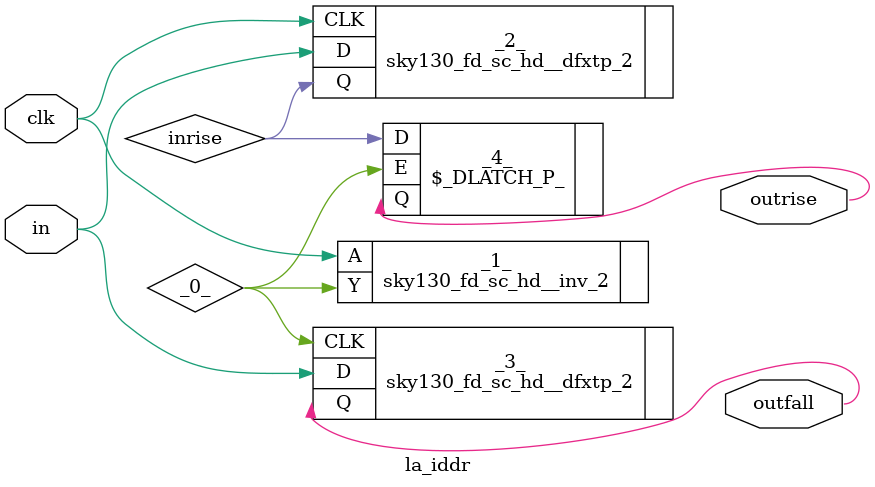
<source format=v>

module la_iddr(clk, in, outrise, outfall);
  wire _0_;
  input clk;
  input in;
  wire inrise;
  output outfall;
  output outrise;
  sky130_fd_sc_hd__inv_2 _1_ (
    .A(clk),
    .Y(_0_)
  );
  sky130_fd_sc_hd__dfxtp_2 _2_ (
    .CLK(clk),
    .D(in),
    .Q(inrise)
  );
  sky130_fd_sc_hd__dfxtp_2 _3_ (
    .CLK(_0_),
    .D(in),
    .Q(outfall)
  );
  \$_DLATCH_P_  _4_ (
    .D(inrise),
    .E(_0_),
    .Q(outrise)
  );
endmodule

</source>
